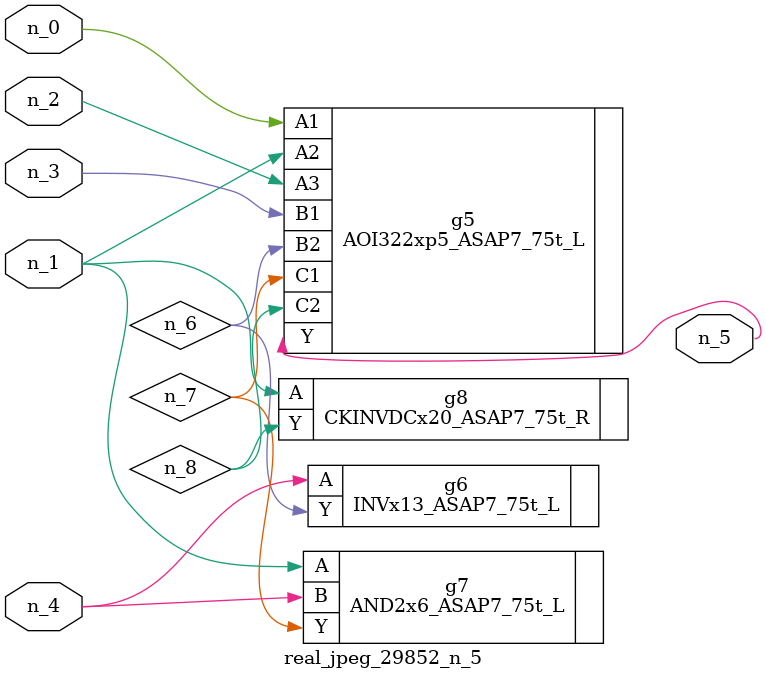
<source format=v>
module real_jpeg_29852_n_5 (n_4, n_0, n_1, n_2, n_3, n_5);

input n_4;
input n_0;
input n_1;
input n_2;
input n_3;

output n_5;

wire n_8;
wire n_6;
wire n_7;

AOI322xp5_ASAP7_75t_L g5 ( 
.A1(n_0),
.A2(n_1),
.A3(n_2),
.B1(n_3),
.B2(n_6),
.C1(n_7),
.C2(n_8),
.Y(n_5)
);

AND2x6_ASAP7_75t_L g7 ( 
.A(n_1),
.B(n_4),
.Y(n_7)
);

CKINVDCx20_ASAP7_75t_R g8 ( 
.A(n_1),
.Y(n_8)
);

INVx13_ASAP7_75t_L g6 ( 
.A(n_4),
.Y(n_6)
);


endmodule
</source>
